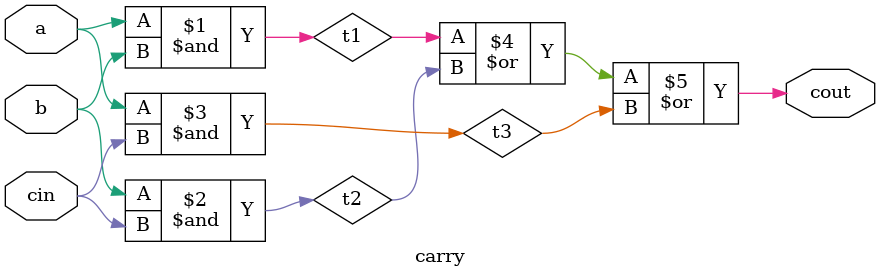
<source format=v>
module fourbitFA(cout,sumout,a,b,cin);
   input [3:0] a;
   input [3:0] b;
   input cin;
   output [3:0] sumout;
   output cout;
   wire [2:0] cimm;
   
   oneBitFA B0 (cimm[0], sumout[0],a[0],b[0],cin);
   oneBitFA B1 (cimm[1], sumout[1],a[1],b[1],cimm[0]);
   oneBitFA B2 (cimm[2], sumout[2],a[2],b[2],cimm[1]);
   oneBitFA B3 (cout, sumout[3],a[3],b[3],cimm[2]);
   
endmodule


module oneBitFA(cout,sumout,a,b,cin);
   input a,b,cin;
   output cout,sumout;
   
   sum S1(sumout,a,b,cin);
   carry C1(cout,a,b,cin);
   
endmodule

module sum(sumout,a,b,cin);
   input a,b,cin;
   output sumout;
   wire t1;
   
   xor G5(t1,a,b);
   xor G6(sumout,t1,cin);
   
endmodule

module carry (cout,a,b,cin);
   input a,b,cin;
   output cout;
   wire t1,t2,t3;
   
   and G1(t1,a,b);
   and G2(t2,b,cin);
   and G3(t3,a,cin);
   or G4(cout,t1,t2,t3);
  
endmodule

</source>
